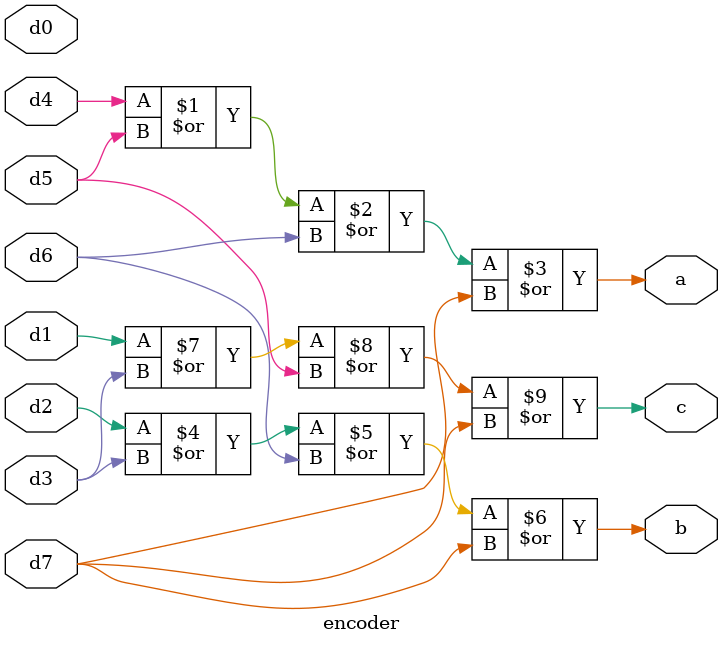
<source format=v>
module encoder(d0,d1,d2,d3,d4,d5,d6,d7,a,b,c);
input d0,d1,d2,d3,d4,d5,d6,d7;
output a,b,c;
or(a,d4,d5,d6,d7);
or(b,d2,d3,d6,d7);
or(c,d1,d3,d5,d7);
endmodule
</source>
